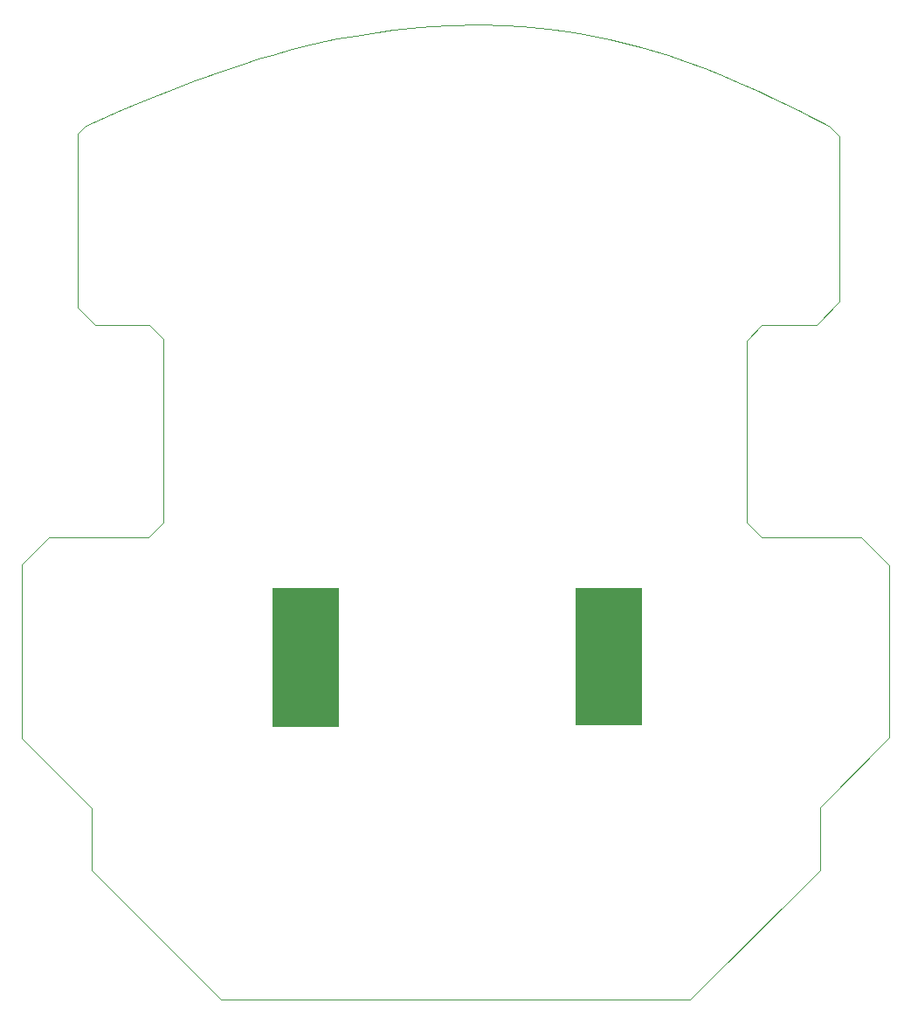
<source format=gbr>
G04*
G04 #@! TF.GenerationSoftware,Altium Limited,Altium Designer,26.2.0 (7)*
G04*
G04 Layer_Color=0*
%FSTAX25Y25*%
%MOIN*%
G70*
G04*
G04 #@! TF.SameCoordinates,DDC7E0C6-02D7-4959-A8D0-6A7BEAAAFFDF*
G04*
G04*
G04 #@! TF.FilePolarity,Positive*
G04*
G01*
G75*
%ADD88C,0.00100*%
G36*
X-0072643Y-0064089D02*
Y-0011089D01*
X-0047143D01*
Y-0064089D01*
X-0072643D01*
D02*
G37*
G36*
X0043123Y-0063661D02*
X0068623D01*
Y-0011161D01*
X0043123D01*
Y-0063661D01*
D02*
G37*
D88*
X-0168181Y-0068518D02*
X-0141572Y-0095143D01*
X-0141569Y-0118812D01*
X-0092334Y-016819D01*
X0086936Y-0168188D01*
X013633Y-011879D01*
Y-0094877D01*
X0162861Y-0068334D01*
X0162855Y-0002655D01*
X0152033Y0008169D01*
X0114068Y0008168D01*
X0108359Y0013902D01*
X0108351Y0083226D01*
X0114307Y0089178D01*
X013501Y0089175D01*
X0143844Y009799D01*
X0143868Y0161103D01*
X0140115Y0164775D01*
X0138591Y0165674D01*
X0132593Y0168929D01*
X0128808Y0170645D01*
X0122329Y0173885D01*
X0117405Y0176226D01*
X0112819Y0178391D01*
X0106468Y0181278D01*
X0098064Y0184887D01*
X009237Y0187148D01*
X0084833Y0189939D01*
X0078354Y0192104D01*
X0068122Y0195152D01*
X0055997Y0198182D01*
X0049614Y0199497D01*
X0044354Y0200459D01*
X0040072Y0201149D01*
X0032823Y0202095D01*
X0022526Y0203089D01*
X0016063Y0203458D01*
X000697Y0203698D01*
X-0005539Y0203426D01*
X-0011666Y0203105D01*
X-0016525Y020272D01*
X-0026485Y0201678D01*
X-0032675Y0200844D01*
X-0040918Y0199577D01*
X-0047831Y0198326D01*
X-0052594Y0197364D01*
X-0056892Y0196402D01*
X-0065232Y0194316D01*
X-0071615Y0192585D01*
X-0077998Y0190692D01*
X-0084637Y0188559D01*
X-0091469Y018625D01*
X-010207Y0182417D01*
X-0110667Y0179129D01*
X-0118252Y0176114D01*
X-0123063Y0174109D01*
X-0130489Y0171014D01*
X-0143722Y0165265D01*
X-0146876Y0162097D01*
X-0146883Y0095755D01*
X-0140237Y0089122D01*
X-0119521Y0089171D01*
X-0114022Y0083669D01*
X-0114022Y0013881D01*
X-0119759Y000813D01*
X-0157728Y0008128D01*
X-0168179Y-0002331D01*
X-0168181Y-0068518D01*
M02*

</source>
